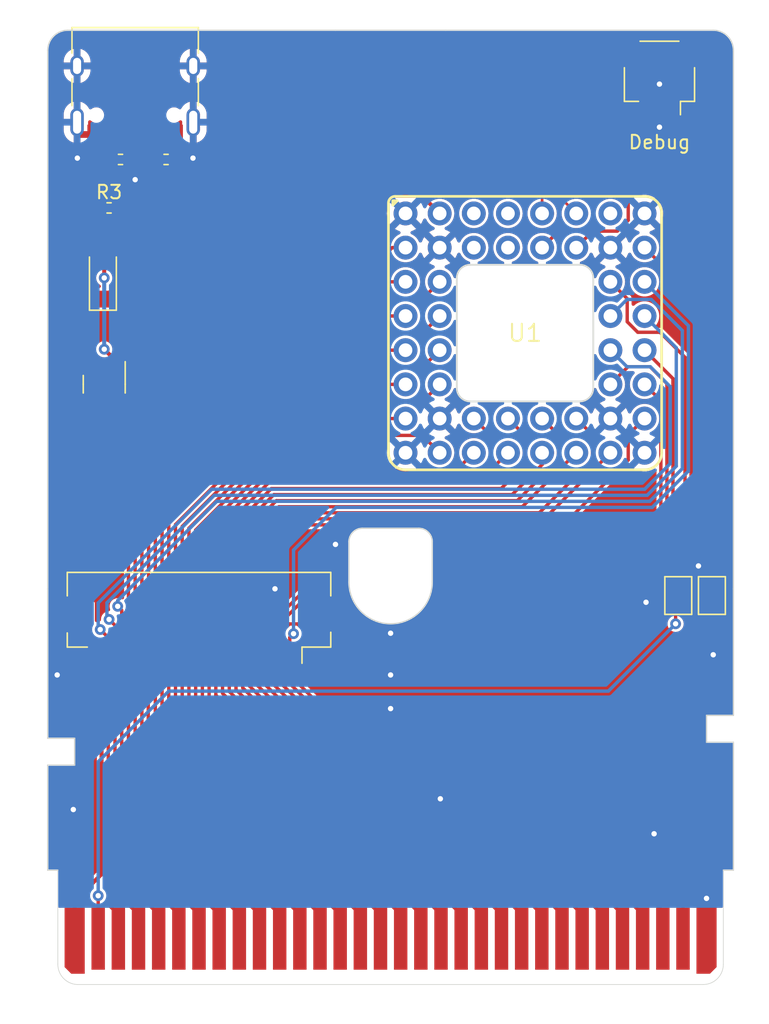
<source format=kicad_pcb>
(kicad_pcb (version 20221018) (generator pcbnew)
  (layers (0 "F.Cu" signal) (31 "B.Cu" signal) (34 "B.Paste" user) (35 "F.Paste" user) (36 "B.SilkS" user "B.Silkscreen") (37 "F.SilkS" user "F.Silkscreen") (38 "B.Mask" user) (39 "F.Mask" user) (44 "Edge.Cuts" user))
  (net 0 "")
  (net 1 "/VDD")
  (net 2 "GND")
  (net 3 "/CLK")
  (net 4 "/WR")
  (net 5 "/RD")
  (net 6 "/CS1")
  (net 7 "/AD0")
  (net 8 "/AD1")
  (net 9 "/AD2")
  (net 10 "/AD3")
  (net 11 "/AD4")
  (net 12 "/AD5")
  (net 13 "/AD6")
  (net 14 "/AD7")
  (net 15 "/AD8")
  (net 16 "/AD9")
  (net 17 "/AD10")
  (net 18 "/AD11")
  (net 19 "/AD12")
  (net 20 "/AD13")
  (net 21 "/AD14")
  (net 22 "/AD15")
  (net 23 "/A16")
  (net 24 "/A17")
  (net 25 "/A18")
  (net 26 "/A19")
  (net 27 "/A20")
  (net 28 "/A21")
  (net 29 "/A22")
  (net 30 "/A23")
  (net 31 "/CS2")
  (net 33 "VBUS")
  (net 34 "Net-(J3-CC1)")
  (net 36 "Net-(J3-CC2)")
  (net 38 "/SWCLK")
  (net 39 "/SWD")
  (net 40 "/IRQ")
  (net 41 "/GP28")
  (net 43 "+3V3")
  (net 47 "/D-")
  (net 48 "/D+")
  (net 49 "/VBUS_OR_VDD")
  (net 50 "/GP29")
  (footprint "Package_TO_SOT_SMD:SOT-23" (layer "F.Cu") (at 78.7 58.8 -90)
    (fp_text reference "Q1" hide)
    (fp_text value "DMG2305UX")
  )
  (footprint "Resistor_SMD:R_0402_1005Metric" (layer "F.Cu") (at 79.91 42.1)
    (fp_text reference "R1" hide)
    (fp_text value "5.1k")
  )
  (footprint "MCU_RaspberryPi_and_Boards:MBR120_SOD-123" (layer "F.Cu") (at 78.6 51 90)
    (fp_text reference "D1" hide)
    (fp_text value "MBR120")
  )
  (footprint "Daft_Misc:JUSHUO_AFC01-S30FCA-00_1x30-1MP_P0.50mm_Horizontal" (layer "F.Cu") (at 85.75 76.73 180)
    (fp_text reference "J2" hide)
    (fp_text value "Conn_01x30_MountingPin")
  )
  (footprint "Jumper:SolderJumper-2_P1.3mm_Bridged_Pad1.0x1.5mm" (layer "F.Cu") (at 121.4 74.5 -90)
    (fp_text reference "JP1" hide)
    (fp_text value "SolderJumper_2_Bridged")
  )
  (footprint "Resistor_SMD:R_0402_1005Metric" (layer "F.Cu") (at 83.3 42.1)
    (fp_text reference "R2" hide)
    (fp_text value "5.1k")
  )
  (footprint "Daft_Misc:GBA_Cart_Edge" (layer "F.Cu") (at 100 100)
    (fp_text reference "J1" hide)
    (fp_text value "GBA_Cart_Edge")
    (fp_line (start -24.75 -5.1) (end -24.75 1.9) (stroke (width 0.05)) (layer "Edge.Cuts"))
    (fp_line (start -23.25 3.4) (end 23.25 3.4) (stroke (width 0.05)) (layer "Edge.Cuts"))
    (fp_line (start 24.75 1.9) (end 24.75 -5.1) (stroke (width 0.05)) (layer "Edge.Cuts"))
    (fp_arc (start -23.25 3.4) (mid -24.31066 2.96066) (end -24.75 1.9) (stroke (width 0.05)) (layer "Edge.Cuts"))
    (fp_arc (start 24.75 1.9) (mid 24.31066 2.96066) (end 23.25 3.4) (stroke (width 0.05)) (layer "Edge.Cuts"))
  )
  (footprint "Connector_JST:JST_SH_SM03B-SRSS-TB_1x03-1MP_P1.00mm_Horizontal" (layer "F.Cu") (at 120 36 180)
    (fp_text reference "J4" hide)
    (fp_text value "JST_SH_SM03B-SRSS")
  )
  (footprint "pimoroni-boards:PGA2040_PTH_WITH_SLOT" (layer "F.Cu") (at 110 55)
    (fp_text reference "U1")
    (fp_text value "PGA2040")
    (fp_line (start -5.08 -4.08) (end -5.08 4.08) (stroke (width 0.127)) (layer "Edge.Cuts"))
    (fp_line (start -4.08 5.08) (end 4.08 5.08) (stroke (width 0.127)) (layer "Edge.Cuts"))
    (fp_line (start 4.08 -5.08) (end -4.08 -5.08) (stroke (width 0.127)) (layer "Edge.Cuts"))
    (fp_line (start 5.08 4.08) (end 5.08 -4.08) (stroke (width 0.127)) (layer "Edge.Cuts"))
    (fp_arc (start -5.08 -4.08) (mid -4.787107 -4.787107) (end -4.08 -5.08) (stroke (width 0.127)) (layer "Edge.Cuts"))
    (fp_arc (start -4.08 5.08) (mid -4.787107 4.787107) (end -5.08 4.08) (stroke (width 0.127)) (layer "Edge.Cuts"))
    (fp_arc (start 4.08 -5.08) (mid 4.787107 -4.787107) (end 5.08 -4.08) (stroke (width 0.127)) (layer "Edge.Cuts"))
    (fp_arc (start 5.08 4.08) (mid 4.787107 4.787107) (end 4.08 5.08) (stroke (width 0.127)) (layer "Edge.Cuts"))
  )
  (footprint "Jumper:SolderJumper-2_P1.3mm_Bridged_Pad1.0x1.5mm" (layer "F.Cu") (at 123.9 74.5 -90)
    (fp_text reference "JP2" hide)
    (fp_text value "SolderJumper_2_Bridged")
  )
  (footprint "Resistor_SMD:R_0402_1005Metric" (layer "F.Cu") (at 79.06 45.7)
    (fp_text reference "R3")
    (fp_text value "15k")
  )
  (footprint "Connector_USB:USB_C_Receptacle_HRO_TYPE-C-31-M-12" (layer "F.Cu") (at 81 36.2 180)
    (fp_text reference "J3" hide)
    (fp_text value "USB_C_Receptacle_USB2.0")
  )
  (gr_line (start 74.5 87.1) (end 76.5 87.1) (stroke (width 0.1)) (layer "Edge.Cuts"))
  (gr_line (start 125.5 83.4) (end 125.5 74) (stroke (width 0.1)) (layer "Edge.Cuts"))
  (gr_line (start 125.5 85.4) (end 123.5 85.4) (stroke (width 0.1)) (layer "Edge.Cuts"))
  (gr_line (start 123.5 85.4) (end 123.5 83.4) (stroke (width 0.1)) (layer "Edge.Cuts"))
  (gr_arc (start 96.9 70.5) (mid 97.192893 69.792893) (end 97.9 69.5) (stroke (width 0.1)) (layer "Edge.Cuts"))
  (gr_line (start 97.9 69.5) (end 102.1 69.5) (stroke (width 0.1)) (layer "Edge.Cuts"))
  (gr_line (start 76.5 85.1) (end 74.5 85.1) (stroke (width 0.1)) (layer "Edge.Cuts"))
  (gr_line (start 96.9 73.5) (end 96.9 70.5) (stroke (width 0.1)) (layer "Edge.Cuts"))
  (gr_line (start 103.1 73.5) (end 103.1 70.5) (stroke (width 0.1)) (layer "Edge.Cuts"))
  (gr_line (start 125.5 94.9) (end 124.75 94.9) (stroke (width 0.1)) (layer "Edge.Cuts"))
  (gr_line (start 125.5 94.9) (end 125.5 85.4) (stroke (width 0.1)) (layer "Edge.Cuts"))
  (gr_line (start 74.5 94.9) (end 74.5 87.1) (stroke (width 0.1)) (layer "Edge.Cuts"))
  (gr_arc (start 124 32.5) (mid 125.06066 32.93934) (end 125.5 34) (stroke (width 0.1)) (layer "Edge.Cuts"))
  (gr_line (start 104.1 32.5) (end 124 32.5) (stroke (width 0.1)) (layer "Edge.Cuts"))
  (gr_arc (start 102.1 69.5) (mid 102.807107 69.792893) (end 103.1 70.5) (stroke (width 0.1)) (layer "Edge.Cuts"))
  (gr_arc (start 74.5 34) (mid 74.93934 32.93934) (end 76 32.5) (stroke (width 0.1)) (layer "Edge.Cuts"))
  (gr_line (start 123.5 83.4) (end 125.5 83.4) (stroke (width 0.1)) (layer "Edge.Cuts"))
  (gr_line (start 75.25 94.9) (end 74.5 94.9) (stroke (width 0.1)) (layer "Edge.Cuts"))
  (gr_line (start 74.5 85.1) (end 74.5 74) (stroke (width 0.1)) (layer "Edge.Cuts"))
  (gr_line (start 76.5 87.1) (end 76.5 85.1) (stroke (width 0.1)) (layer "Edge.Cuts"))
  (gr_line (start 95.9 32.5) (end 76 32.5) (stroke (width 0.1)) (layer "Edge.Cuts"))
  (gr_line (start 125.5 34) (end 125.5 74) (stroke (width 0.1)) (layer "Edge.Cuts"))
  (gr_line (start 95.9 32.5) (end 104.1 32.5) (stroke (width 0.1)) (layer "Edge.Cuts"))
  (gr_arc (start 103.1 73.5) (mid 100 76.6) (end 96.9 73.5) (stroke (width 0.1)) (layer "Edge.Cuts"))
  (gr_line (start 74.5 74) (end 74.5 34) (stroke (width 0.1)) (layer "Edge.Cuts"))
  (gr_text "Debug" (at 120 41.4) (layer "F.SilkS") (effects (font (size 1 1)) (justify bottom)))
  (segment (start 78.5 95.2) (end 76.5 97.2) (width 0.3) (layer "F.Cu") (net 1))
  (segment (start 75.3 63.1375) (end 75.3 76.7) (width 0.3) (layer "F.Cu") (net 1))
  (segment (start 78.5 78.58) (end 78.5 95.2) (width 0.3) (layer "F.Cu") (net 1))
  (segment (start 78.7 59.7375) (end 75.3 63.1375) (width 0.3) (layer "F.Cu") (net 1))
  (segment (start 77.18 78.58) (end 78.5 78.58) (width 0.3) (layer "F.Cu") (net 1))
  (segment (start 76.5 97.2) (end 76.5 100.15) (width 0.3) (layer "F.Cu") (net 1))
  (segment (start 75.3 76.7) (end 77.18 78.58) (width 0.3) (layer "F.Cu") (net 1))
  (via (at 81 43.6) (size 0.8) (drill 0.4) (layers "F.Cu" "B.Cu") (net 2))
  (via (at 124 78.9) (size 0.8) (drill 0.4) (layers "F.Cu" "B.Cu") (net 2))
  (via (at 100 77.3) (size 0.8) (drill 0.4) (layers "F.Cu" "B.Cu") (net 2))
  (via (at 76.4 90.4) (size 0.8) (drill 0.4) (layers "F.Cu" "B.Cu") (net 2))
  (via (at 103.7 89.6) (size 0.8) (drill 0.4) (layers "F.Cu" "B.Cu") (net 2))
  (via (at 85.3 42) (size 0.8) (drill 0.4) (layers "F.Cu" "B.Cu") (net 2))
  (via (at 91.4 74) (size 0.8) (drill 0.4) (layers "F.Cu" "B.Cu") (net 2))
  (via (at 120 36.5) (size 0.8) (drill 0.4) (layers "F.Cu" "B.Cu") (net 2))
  (via (at 119.6 92.2) (size 0.8) (drill 0.4) (layers "F.Cu" "B.Cu") (net 2))
  (via (at 100 80.4) (size 0.8) (drill 0.4) (layers "F.Cu" "B.Cu") (net 2))
  (via (at 120 39.7) (size 0.8) (drill 0.4) (layers "F.Cu" "B.Cu") (net 2))
  (via (at 100 82.9) (size 0.8) (drill 0.4) (layers "F.Cu" "B.Cu") (net 2))
  (via (at 119 75) (size 0.8) (drill 0.4) (layers "F.Cu" "B.Cu") (net 2))
  (via (at 122.9 72.3) (size 0.8) (drill 0.4) (layers "F.Cu" "B.Cu") (net 2))
  (via (at 76.7 42) (size 0.8) (drill 0.4) (layers "F.Cu" "B.Cu") (net 2))
  (via (at 95.9 70.7) (size 0.8) (drill 0.4) (layers "F.Cu" "B.Cu") (net 2))
  (via (at 75.2 80.4) (size 0.8) (drill 0.4) (layers "F.Cu" "B.Cu") (net 2))
  (via (at 123.5 97) (size 0.8) (drill 0.4) (layers "F.Cu" "B.Cu") (net 2))
  (segment (start 121.2 75.35) (end 121.4 75.15) (width 0.25) (layer "F.Cu") (net 3))
  (segment (start 121.2 76.6) (end 121.2 75.35) (width 0.25) (layer "F.Cu") (net 3))
  (segment (start 78.25 100) (end 78.25 96.8) (width 0.25) (layer "F.Cu") (net 3))
  (via (at 121.2 76.6) (size 0.8) (drill 0.4) (layers "F.Cu" "B.Cu") (net 3))
  (via (at 78.25 96.8) (size 0.8) (drill 0.4) (layers "F.Cu" "B.Cu") (net 3))
  (segment (start 83.5 81.6) (end 116.2 81.6) (width 0.25) (layer "B.Cu") (net 3))
  (segment (start 116.2 81.6) (end 121.2 76.6) (width 0.25) (layer "B.Cu") (net 3))
  (segment (start 78.25 86.85) (end 83.5 81.6) (width 0.25) (layer "B.Cu") (net 3))
  (segment (start 78.25 96.8) (end 78.25 86.85) (width 0.25) (layer "B.Cu") (net 3))
  (segment (start 79 77.623798) (end 78.401589 77.025387) (width 0.25) (layer "F.Cu") (net 4))
  (segment (start 79 97.45) (end 79 78.58) (width 0.25) (layer "F.Cu") (net 4))
  (segment (start 79.75 98.2) (end 79 97.45) (width 0.25) (layer "F.Cu") (net 4))
  (segment (start 79.75 100) (end 79.75 98.2) (width 0.25) (layer "F.Cu") (net 4))
  (segment (start 79 78.58) (end 79 77.623798) (width 0.25) (layer "F.Cu") (net 4))
  (via (at 78.401589 77.025387) (size 0.8) (drill 0.4) (layers "F.Cu" "B.Cu") (net 4))
  (segment (start 118.9 66.6) (end 86.7 66.6) (width 0.25) (layer "B.Cu") (net 4))
  (segment (start 120.8 64.7) (end 118.9 66.6) (width 0.25) (layer "B.Cu") (net 4))
  (segment (start 78.25 76.873798) (end 78.401589 77.025387) (width 0.25) (layer "B.Cu") (net 4))
  (segment (start 120.8 58.97913) (end 120.8 64.7) (width 0.25) (layer "B.Cu") (net 4))
  (segment (start 116.35 56.27) (end 117.58 57.5) (width 0.25) (layer "B.Cu") (net 4))
  (segment (start 78.25 75.05) (end 78.25 76.873798) (width 0.25) (layer "B.Cu") (net 4))
  (segment (start 119.32087 57.5) (end 120.8 58.97913) (width 0.25) (layer "B.Cu") (net 4))
  (segment (start 86.7 66.6) (end 78.25 75.05) (width 0.25) (layer "B.Cu") (net 4))
  (segment (start 117.58 57.5) (end 119.32087 57.5) (width 0.25) (layer "B.Cu") (net 4))
  (segment (start 79.5 76.712662) (end 79.060513 76.273175) (width 0.25) (layer "F.Cu") (net 5))
  (segment (start 79.5 78.58) (end 79.5 76.712662) (width 0.25) (layer "F.Cu") (net 5))
  (segment (start 81.25 100) (end 81.25 98.2) (width 0.25) (layer "F.Cu") (net 5))
  (segment (start 81.25 98.2) (end 79.5 96.45) (width 0.25) (layer "F.Cu") (net 5))
  (segment (start 79.5 96.45) (end 79.5 78.58) (width 0.25) (layer "F.Cu") (net 5))
  (via (at 79.060513 76.273175) (size 0.8) (drill 0.4) (layers "F.Cu" "B.Cu") (net 5))
  (segment (start 78.9 76.112662) (end 78.9 75.036396) (width 0.25) (layer "B.Cu") (net 5))
  (segment (start 78.9 75.036396) (end 86.886396 67.05) (width 0.25) (layer "B.Cu") (net 5))
  (segment (start 119.086396 67.05) (end 121.25 64.886396) (width 0.25) (layer "B.Cu") (net 5))
  (segment (start 86.886396 67.05) (end 119.086396 67.05) (width 0.25) (layer "B.Cu") (net 5))
  (segment (start 121.25 56.09) (end 118.89 53.73) (width 0.25) (layer "B.Cu") (net 5))
  (segment (start 79.060513 76.273175) (end 78.9 76.112662) (width 0.25) (layer "B.Cu") (net 5))
  (segment (start 121.25 64.886396) (end 121.25 56.09) (width 0.25) (layer "B.Cu") (net 5))
  (segment (start 82.75 100) (end 82.75 98.2) (width 0.25) (layer "F.Cu") (net 6))
  (segment (start 82.75 98.2) (end 80 95.45) (width 0.25) (layer "F.Cu") (net 6))
  (segment (start 80 75.6) (end 79.7 75.3) (width 0.25) (layer "F.Cu") (net 6))
  (segment (start 80 95.45) (end 80 78.58) (width 0.25) (layer "F.Cu") (net 6))
  (segment (start 80 78.58) (end 80 75.6) (width 0.25) (layer "F.Cu") (net 6))
  (via (at 79.7 75.3) (size 0.8) (drill 0.4) (layers "F.Cu" "B.Cu") (net 6))
  (segment (start 121.7 54.812433) (end 121.7 65.072792) (width 0.25) (layer "B.Cu") (net 6))
  (segment (start 87.072792 67.5) (end 79.7 74.872792) (width 0.25) (layer "B.Cu") (net 6))
  (segment (start 119.272792 67.5) (end 87.072792 67.5) (width 0.25) (layer "B.Cu") (net 6))
  (segment (start 116.35 53.73) (end 117.58 52.5) (width 0.25) (layer "B.Cu") (net 6))
  (segment (start 119.387567 52.5) (end 121.7 54.812433) (width 0.25) (layer "B.Cu") (net 6))
  (segment (start 117.58 52.5) (end 119.387567 52.5) (width 0.25) (layer "B.Cu") (net 6))
  (segment (start 121.7 65.072792) (end 119.272792 67.5) (width 0.25) (layer "B.Cu") (net 6))
  (segment (start 79.7 74.872792) (end 79.7 75.3) (width 0.25) (layer "B.Cu") (net 6))
  (segment (start 84.25 100) (end 84.25 98.2) (width 0.25) (layer "F.Cu") (net 7))
  (segment (start 100.12208 48.65) (end 101.11 48.65) (width 0.25) (layer "F.Cu") (net 7))
  (segment (start 84.25 98.2) (end 80.5 94.45) (width 0.25) (layer "F.Cu") (net 7))
  (segment (start 80.5 78.58) (end 80.5 68.27208) (width 0.25) (layer "F.Cu") (net 7))
  (segment (start 80.5 68.27208) (end 100.12208 48.65) (width 0.25) (layer "F.Cu") (net 7))
  (segment (start 80.5 94.45) (end 80.5 78.58) (width 0.25) (layer "F.Cu") (net 7))
  (segment (start 81 68.408476) (end 98.218476 51.19) (width 0.25) (layer "F.Cu") (net 8))
  (segment (start 85.75 98.2) (end 81 93.45) (width 0.25) (layer "F.Cu") (net 8))
  (segment (start 81 78.58) (end 81 68.408476) (width 0.25) (layer "F.Cu") (net 8))
  (segment (start 81 93.45) (end 81 78.58) (width 0.25) (layer "F.Cu") (net 8))
  (segment (start 85.75 100) (end 85.75 98.2) (width 0.25) (layer "F.Cu") (net 8))
  (segment (start 98.218476 51.19) (end 101.11 51.19) (width 0.25) (layer "F.Cu") (net 8))
  (segment (start 102.34 52.5) (end 97.544872 52.5) (width 0.25) (layer "F.Cu") (net 9))
  (segment (start 97.544872 52.5) (end 81.5 68.544872) (width 0.25) (layer "F.Cu") (net 9))
  (segment (start 87.25 98.2) (end 81.5 92.45) (width 0.25) (layer "F.Cu") (net 9))
  (segment (start 81.5 92.45) (end 81.5 78.58) (width 0.25) (layer "F.Cu") (net 9))
  (segment (start 87.25 100) (end 87.25 98.2) (width 0.25) (layer "F.Cu") (net 9))
  (segment (start 103.65 51.19) (end 102.34 52.5) (width 0.25) (layer "F.Cu") (net 9))
  (segment (start 81.5 68.544872) (end 81.5 78.58) (width 0.25) (layer "F.Cu") (net 9))
  (segment (start 96.951268 53.73) (end 101.11 53.73) (width 0.25) (layer "F.Cu") (net 10))
  (segment (start 88.75 100) (end 88.75 98.2) (width 0.25) (layer "F.Cu") (net 10))
  (segment (start 88.75 98.2) (end 81.975 91.425) (width 0.25) (layer "F.Cu") (net 10))
  (segment (start 82 78.58) (end 82 68.681268) (width 0.25) (layer "F.Cu") (net 10))
  (segment (start 81.975 91.425) (end 81.975 78.3) (width 0.25) (layer "F.Cu") (net 10))
  (segment (start 82 68.681268) (end 96.951268 53.73) (width 0.25) (layer "F.Cu") (net 10))
  (segment (start 96.317664 55) (end 82.5 68.817664) (width 0.25) (layer "F.Cu") (net 11))
  (segment (start 90.25 98.2) (end 82.5 90.45) (width 0.25) (layer "F.Cu") (net 11))
  (segment (start 103.65 53.73) (end 102.38 55) (width 0.25) (layer "F.Cu") (net 11))
  (segment (start 82.5 90.45) (end 82.5 78.58) (width 0.25) (layer "F.Cu") (net 11))
  (segment (start 82.5 68.817664) (end 82.5 78.58) (width 0.25) (layer "F.Cu") (net 11))
  (segment (start 102.38 55) (end 96.317664 55) (width 0.25) (layer "F.Cu") (net 11))
  (segment (start 90.25 100) (end 90.25 98.2) (width 0.25) (layer "F.Cu") (net 11))
  (segment (start 91.75 98.2) (end 83 89.45) (width 0.25) (layer "F.Cu") (net 12))
  (segment (start 83 89.45) (end 83 78.58) (width 0.25) (layer "F.Cu") (net 12))
  (segment (start 95.68406 56.27) (end 101.11 56.27) (width 0.25) (layer "F.Cu") (net 12))
  (segment (start 83 78.58) (end 83 68.95406) (width 0.25) (layer "F.Cu") (net 12))
  (segment (start 83 68.95406) (end 95.68406 56.27) (width 0.25) (layer "F.Cu") (net 12))
  (segment (start 91.75 100) (end 91.75 98.2) (width 0.25) (layer "F.Cu") (net 12))
  (segment (start 83.5 69.090456) (end 83.5 78.58) (width 0.25) (layer "F.Cu") (net 13))
  (segment (start 103.65 56.27) (end 102.42 57.5) (width 0.25) (layer "F.Cu") (net 13))
  (segment (start 93.25 100) (end 93.25 98.2) (width 0.25) (layer "F.Cu") (net 13))
  (segment (start 95.090456 57.5) (end 83.5 69.090456) (width 0.25) (layer "F.Cu") (net 13))
  (segment (start 83.5 88.45) (end 83.5 78.58) (width 0.25) (layer "F.Cu") (net 13))
  (segment (start 102.42 57.5) (end 95.090456 57.5) (width 0.25) (layer "F.Cu") (net 13))
  (segment (start 93.25 98.2) (end 83.5 88.45) (width 0.25) (layer "F.Cu") (net 13))
  (segment (start 94.75 98.2) (end 84 87.45) (width 0.25) (layer "F.Cu") (net 14))
  (segment (start 94.416852 58.81) (end 84 69.226852) (width 0.25) (layer "F.Cu") (net 14))
  (segment (start 94.75 100) (end 94.75 98.2) (width 0.25) (layer "F.Cu") (net 14))
  (segment (start 84 69.226852) (end 84 78.58) (width 0.25) (layer "F.Cu") (net 14))
  (segment (start 84 87.45) (end 84 78.58) (width 0.25) (layer "F.Cu") (net 14))
  (segment (start 101.11 58.81) (end 94.416852 58.81) (width 0.25) (layer "F.Cu") (net 14))
  (segment (start 84.5 86.45) (end 84.5 78.58) (width 0.25) (layer "F.Cu") (net 15))
  (segment (start 96.25 100) (end 96.25 98.2) (width 0.25) (layer "F.Cu") (net 15))
  (segment (start 93.763248 60.1) (end 84.5 69.363248) (width 0.25) (layer "F.Cu") (net 15))
  (segment (start 84.5 69.363248) (end 84.5 78.58) (width 0.25) (layer "F.Cu") (net 15))
  (segment (start 96.25 98.2) (end 84.5 86.45) (width 0.25) (layer "F.Cu") (net 15))
  (segment (start 102.36 60.1) (end 93.763248 60.1) (width 0.25) (layer "F.Cu") (net 15))
  (segment (start 103.65 58.81) (end 102.36 60.1) (width 0.25) (layer "F.Cu") (net 15))
  (segment (start 97.75 100) (end 97.75 98.2) (width 0.25) (layer "F.Cu") (net 16))
  (segment (start 93.149644 61.35) (end 101.11 61.35) (width 0.25) (layer "F.Cu") (net 16))
  (segment (start 97.75 98.2) (end 85 85.45) (width 0.25) (layer "F.Cu") (net 16))
  (segment (start 85 78.58) (end 85 69.499644) (width 0.25) (layer "F.Cu") (net 16))
  (segment (start 85 69.499644) (end 93.149644 61.35) (width 0.25) (layer "F.Cu") (net 16))
  (segment (start 85 85.45) (end 85 78.58) (width 0.25) (layer "F.Cu") (net 16))
  (segment (start 85.5 84.45) (end 85.5 78.58) (width 0.25) (layer "F.Cu") (net 17))
  (segment (start 102.36 62.6) (end 92.53604 62.6) (width 0.25) (layer "F.Cu") (net 17))
  (segment (start 85.5 69.63604) (end 85.5 78.58) (width 0.25) (layer "F.Cu") (net 17))
  (segment (start 99.25 98.2) (end 85.5 84.45) (width 0.25) (layer "F.Cu") (net 17))
  (segment (start 99.25 100) (end 99.25 98.2) (width 0.25) (layer "F.Cu") (net 17))
  (segment (start 92.53604 62.6) (end 85.5 69.63604) (width 0.25) (layer "F.Cu") (net 17))
  (segment (start 103.65 63.89) (end 102.36 62.6) (width 0.25) (layer "F.Cu") (net 17))
  (segment (start 104.88 65.2) (end 106.19 63.89) (width 0.25) (layer "F.Cu") (net 18))
  (segment (start 86 78.58) (end 86 69.772436) (width 0.25) (layer "F.Cu") (net 18))
  (segment (start 100.75 100) (end 100.75 98.2) (width 0.25) (layer "F.Cu") (net 18))
  (segment (start 100.75 98.2) (end 86 83.45) (width 0.25) (layer "F.Cu") (net 18))
  (segment (start 86 83.45) (end 86 78.58) (width 0.25) (layer "F.Cu") (net 18))
  (segment (start 86 69.772436) (end 90.572436 65.2) (width 0.25) (layer "F.Cu") (net 18))
  (segment (start 90.572436 65.2) (end 104.88 65.2) (width 0.25) (layer "F.Cu") (net 18))
  (segment (start 86.5 69.908832) (end 90.758832 65.65) (width 0.25) (layer "F.Cu") (net 19))
  (segment (start 86.5 82.45) (end 86.5 78.58) (width 0.25) (layer "F.Cu") (net 19))
  (segment (start 86.5 78.58) (end 86.5 69.908832) (width 0.25) (layer "F.Cu") (net 19))
  (segment (start 107.404 62.564) (end 106.19 61.35) (width 0.25) (layer "F.Cu") (net 19))
  (segment (start 90.758832 65.65) (end 106.25 65.65) (width 0.25) (layer "F.Cu") (net 19))
  (segment (start 106.25 65.65) (end 107.404 64.496) (width 0.25) (layer "F.Cu") (net 19))
  (segment (start 107.404 64.496) (end 107.404 62.564) (width 0.25) (layer "F.Cu") (net 19))
  (segment (start 102.25 98.2) (end 86.5 82.45) (width 0.25) (layer "F.Cu") (net 19))
  (segment (start 102.25 100) (end 102.25 98.2) (width 0.25) (layer "F.Cu") (net 19))
  (segment (start 87 70.045228) (end 87 78.58) (width 0.25) (layer "F.Cu") (net 20))
  (segment (start 103.75 100) (end 103.75 98.2) (width 0.25) (layer "F.Cu") (net 20))
  (segment (start 103.75 98.2) (end 101.7 96.15) (width 0.25) (layer "F.Cu") (net 20))
  (segment (start 108.73 63.89) (end 106.52 66.1) (width 0.25) (layer "F.Cu") (net 20))
  (segment (start 101.249644 96.15) (end 87 81.900356) (width 0.25) (layer "F.Cu") (net 20))
  (segment (start 87 81.900356) (end 87 78.58) (width 0.25) (layer "F.Cu") (net 20))
  (segment (start 101.7 96.15) (end 101.249644 96.15) (width 0.25) (layer "F.Cu") (net 20))
  (segment (start 90.945228 66.1) (end 87 70.045228) (width 0.25) (layer "F.Cu") (net 20))
  (segment (start 106.52 66.1) (end 90.945228 66.1) (width 0.25) (layer "F.Cu") (net 20))
  (segment (start 109.944 62.564) (end 108.73 61.35) (width 0.25) (layer "F.Cu") (net 21))
  (segment (start 102.75 95.7) (end 101.43604 95.7) (width 0.25) (layer "F.Cu") (net 21))
  (segment (start 105.25 100) (end 105.25 98.2) (width 0.25) (layer "F.Cu") (net 21))
  (segment (start 91.131624 66.55) (end 108.224796 66.55) (width 0.25) (layer "F.Cu") (net 21))
  (segment (start 87.5 70.181624) (end 91.131624 66.55) (width 0.25) (layer "F.Cu") (net 21))
  (segment (start 87.5 81.76396) (end 87.5 78.58) (width 0.25) (layer "F.Cu") (net 21))
  (segment (start 109.944 64.830796) (end 109.944 62.564) (width 0.25) (layer "F.Cu") (net 21))
  (segment (start 105.25 98.2) (end 102.75 95.7) (width 0.25) (layer "F.Cu") (net 21))
  (segment (start 87.5 78.58) (end 87.5 70.181624) (width 0.25) (layer "F.Cu") (net 21))
  (segment (start 101.43604 95.7) (end 87.5 81.76396) (width 0.25) (layer "F.Cu") (net 21))
  (segment (start 108.224796 66.55) (end 109.944 64.830796) (width 0.25) (layer "F.Cu") (net 21))
  (segment (start 88 70.31802) (end 88 78.58) (width 0.25) (layer "F.Cu") (net 22))
  (segment (start 106.75 98.2) (end 103.8 95.25) (width 0.25) (layer "F.Cu") (net 22))
  (segment (start 88 81.627564) (end 88 78.58) (width 0.25) (layer "F.Cu") (net 22))
  (segment (start 109.04413 67) (end 91.31802 67) (width 0.25) (layer "F.Cu") (net 22))
  (segment (start 103.8 95.25) (end 101.622436 95.25) (width 0.25) (layer "F.Cu") (net 22))
  (segment (start 111.27 64.77413) (end 109.04413 67) (width 0.25) (layer "F.Cu") (net 22))
  (segment (start 101.622436 95.25) (end 88 81.627564) (width 0.25) (layer "F.Cu") (net 22))
  (segment (start 106.75 100) (end 106.75 98.2) (width 0.25) (layer "F.Cu") (net 22))
  (segment (start 111.27 63.89) (end 111.27 64.77413) (width 0.25) (layer "F.Cu") (net 22))
  (segment (start 91.31802 67) (end 88 70.31802) (width 0.25) (layer "F.Cu") (net 22))
  (segment (start 111.27 61.35) (end 112.484 62.564) (width 0.25) (layer "F.Cu") (net 23))
  (segment (start 112.484 62.564) (end 112.484 64.391134) (width 0.25) (layer "F.Cu") (net 23))
  (segment (start 108.25 100) (end 108.25 98.2) (width 0.25) (layer "F.Cu") (net 23))
  (segment (start 101.808832 94.8) (end 88.5 81.491168) (width 0.25) (layer "F.Cu") (net 23))
  (segment (start 112.484 64.391134) (end 109.425134 67.45) (width 0.25) (layer "F.Cu") (net 23))
  (segment (start 91.504416 67.45) (end 88.5 70.454416) (width 0.25) (layer "F.Cu") (net 23))
  (segment (start 88.5 81.491168) (end 88.5 78.58) (width 0.25) (layer "F.Cu") (net 23))
  (segment (start 108.25 98.2) (end 104.85 94.8) (width 0.25) (layer "F.Cu") (net 23))
  (segment (start 109.425134 67.45) (end 91.504416 67.45) (width 0.25) (layer "F.Cu") (net 23))
  (segment (start 88.5 70.454416) (end 88.5 78.58) (width 0.25) (layer "F.Cu") (net 23))
  (segment (start 104.85 94.8) (end 101.808832 94.8) (width 0.25) (layer "F.Cu") (net 23))
  (segment (start 89 78.58) (end 89 81.354772) (width 0.25) (layer "F.Cu") (net 24))
  (segment (start 91.690812 67.9) (end 109.8 67.9) (width 0.25) (layer "F.Cu") (net 24))
  (segment (start 105.9 94.35) (end 109.75 98.2) (width 0.25) (layer "F.Cu") (net 24))
  (segment (start 89 81.354772) (end 101.995228 94.35) (width 0.25) (layer "F.Cu") (net 24))
  (segment (start 89 78.58) (end 89 70.590812) (width 0.25) (layer "F.Cu") (net 24))
  (segment (start 101.995228 94.35) (end 105.9 94.35) (width 0.25) (layer "F.Cu") (net 24))
  (segment (start 109.75 98.2) (end 109.75 100) (width 0.25) (layer "F.Cu") (net 24))
  (segment (start 89 70.590812) (end 91.690812 67.9) (width 0.25) (layer "F.Cu") (net 24))
  (segment (start 109.8 67.9) (end 113.81 63.89) (width 0.25) (layer "F.Cu") (net 24))
  (segment (start 113.81 61.35) (end 115.024 62.564) (width 0.25) (layer "F.Cu") (net 25))
  (segment (start 115.024 62.564) (end 115.024 64.391134) (width 0.25) (layer "F.Cu") (net 25))
  (segment (start 106.95 93.9) (end 111.25 98.2) (width 0.25) (layer "F.Cu") (net 25))
  (segment (start 91.877208 68.35) (end 89.5 70.727208) (width 0.25) (layer "F.Cu") (net 25))
  (segment (start 102.181624 93.9) (end 106.95 93.9) (width 0.25) (layer "F.Cu") (net 25))
  (segment (start 89.5 78.58) (end 89.5 81.218376) (width 0.25) (layer "F.Cu") (net 25))
  (segment (start 89.5 70.727208) (end 89.5 78.58) (width 0.25) (layer "F.Cu") (net 25))
  (segment (start 115.024 64.391134) (end 111.065134 68.35) (width 0.25) (layer "F.Cu") (net 25))
  (segment (start 111.25 98.2) (end 111.25 100) (width 0.25) (layer "F.Cu") (net 25))
  (segment (start 111.065134 68.35) (end 91.877208 68.35) (width 0.25) (layer "F.Cu") (net 25))
  (segment (start 89.5 81.218376) (end 102.181624 93.9) (width 0.25) (layer "F.Cu") (net 25))
  (segment (start 90 78.58) (end 90 81.08198) (width 0.25) (layer "F.Cu") (net 26))
  (segment (start 108 93.45) (end 112.75 98.2) (width 0.25) (layer "F.Cu") (net 26))
  (segment (start 90 70.863604) (end 92.063604 68.8) (width 0.25) (layer "F.Cu") (net 26))
  (segment (start 90 81.08198) (end 102.36802 93.45) (width 0.25) (layer "F.Cu") (net 26))
  (segment (start 111.44 68.8) (end 116.35 63.89) (width 0.25) (layer "F.Cu") (net 26))
  (segment (start 102.36802 93.45) (end 108 93.45) (width 0.25) (layer "F.Cu") (net 26))
  (segment (start 112.75 98.2) (end 112.75 100) (width 0.25) (layer "F.Cu") (net 26))
  (segment (start 90 78.58) (end 90 70.863604) (width 0.25) (layer "F.Cu") (net 26))
  (segment (start 92.063604 68.8) (end 111.44 68.8) (width 0.25) (layer "F.Cu") (net 26))
  (segment (start 117.676 64.424) (end 112.85 69.25) (width 0.25) (layer "F.Cu") (net 27))
  (segment (start 118.89 61.35) (end 117.676 62.564) (width 0.25) (layer "F.Cu") (net 27))
  (segment (start 114.25 98.2) (end 114.25 100) (width 0.25) (layer "F.Cu") (net 27))
  (segment (start 102.554416 93) (end 109.05 93) (width 0.25) (layer "F.Cu") (net 27))
  (segment (start 92.25 69.25) (end 90.5 71) (width 0.25) (layer "F.Cu") (net 27))
  (segment (start 117.676 62.564) (end 117.676 64.424) (width 0.25) (layer "F.Cu") (net 27))
  (segment (start 112.85 69.25) (end 92.25 69.25) (width 0.25) (layer "F.Cu") (net 27))
  (segment (start 90.5 71) (end 90.5 78.58) (width 0.25) (layer "F.Cu") (net 27))
  (segment (start 109.05 93) (end 114.25 98.2) (width 0.25) (layer "F.Cu") (net 27))
  (segment (start 90.5 78.58) (end 90.5 80.945584) (width 0.25) (layer "F.Cu") (net 27))
  (segment (start 90.5 80.945584) (end 102.554416 93) (width 0.25) (layer "F.Cu") (net 27))
  (segment (start 120.104 60.024) (end 118.89 58.81) (width 0.25) (layer "F.Cu") (net 28))
  (segment (start 98.6 78.3) (end 112.263604 78.3) (width 0.25) (layer "F.Cu") (net 28))
  (segment (start 96.75 76.45) (end 98.6 78.3) (width 0.25) (layer "F.Cu") (net 28))
  (segment (start 110.1 92.55) (end 115.75 98.2) (width 0.25) (layer "F.Cu") (net 28))
  (segment (start 91 78.58) (end 91 80.809188) (width 0.25) (layer "F.Cu") (net 28))
  (segment (start 96.021016 74.325) (end 96.75 75.053984) (width 0.25) (layer "F.Cu") (net 28))
  (segment (start 115.75 98.2) (end 115.75 100) (width 0.25) (layer "F.Cu") (net 28))
  (segment (start 112.263604 78.3) (end 120.104 70.459604) (width 0.25) (layer "F.Cu") (net 28))
  (segment (start 91 76.703984) (end 93.378984 74.325) (width 0.25) (layer "F.Cu") (net 28))
  (segment (start 96.75 75.053984) (end 96.75 76.45) (width 0.25) (layer "F.Cu") (net 28))
  (segment (start 91 78.58) (end 91 76.703984) (width 0.25) (layer "F.Cu") (net 28))
  (segment (start 93.378984 74.325) (end 96.021016 74.325) (width 0.25) (layer "F.Cu") (net 28))
  (segment (start 120.104 70.459604) (end 120.104 60.024) (width 0.25) (layer "F.Cu") (net 28))
  (segment (start 91 80.809188) (end 102.740812 92.55) (width 0.25) (layer "F.Cu") (net 28))
  (segment (start 102.740812 92.55) (end 110.1 92.55) (width 0.25) (layer "F.Cu") (net 28))
  (segment (start 91.5 77.82038) (end 91.5 78.58) (width 0.25) (layer "F.Cu") (net 29))
  (segment (start 96.3 75.24038) (end 95.83462 74.775) (width 0.25) (layer "F.Cu") (net 29))
  (segment (start 119.3 57.5) (end 120.554 58.754) (width 0.25) (layer "F.Cu") (net 29))
  (segment (start 93.56538 74.775) (end 91.459792 76.880588) (width 0.25) (layer "F.Cu") (net 29))
  (segment (start 91.459792 77.780172) (end 91.5 77.82038) (width 0.25) (layer "F.Cu") (net 29))
  (segment (start 96.3 76.636396) (end 96.3 75.24038) (width 0.25) (layer "F.Cu") (net 29))
  (segment (start 95.83462 74.775) (end 93.56538 74.775) (width 0.25) (layer "F.Cu") (net 29))
  (segment (start 117.25 100) (end 117.25 98.2) (width 0.25) (layer "F.Cu") (net 29))
  (segment (start 112.45 78.75) (end 98.413604 78.75) (width 0.25) (layer "F.Cu") (net 29))
  (segment (start 120.554 70.646) (end 112.45 78.75) (width 0.25) (layer "F.Cu") (net 29))
  (segment (start 111.15 92.1) (end 102.927208 92.1) (width 0.25) (layer "F.Cu") (net 29))
  (segment (start 117.66 57.5) (end 119.3 57.5) (width 0.25) (layer "F.Cu") (net 29))
  (segment (start 102.927208 92.1) (end 91.5 80.672792) (width 0.25) (layer "F.Cu") (net 29))
  (segment (start 91.459792 76.880588) (end 91.459792 77.780172) (width 0.25) (layer "F.Cu") (net 29))
  (segment (start 98.413604 78.75) (end 96.3 76.636396) (width 0.25) (layer "F.Cu") (net 29))
  (segment (start 91.5 80.672792) (end 91.5 78.58) (width 0.25) (layer "F.Cu") (net 29))
  (segment (start 117.25 98.2) (end 111.15 92.1) (width 0.25) (layer "F.Cu") (net 29))
  (segment (start 120.554 58.754) (end 120.554 70.646) (width 0.25) (layer "F.Cu") (net 29))
  (segment (start 116.35 58.81) (end 117.66 57.5) (width 0.25) (layer "F.Cu") (net 29))
  (segment (start 92 78.58) (end 92 80.536396) (width 0.25) (layer "F.Cu") (net 30))
  (segment (start 93.081062 76.609512) (end 95.77155 79.3) (width 0.25) (layer "F.Cu") (net 30))
  (segment (start 112.2 91.65) (end 118.75 98.2) (width 0.25) (layer "F.Cu") (net 30))
  (segment (start 118.75 98.2) (end 118.75 100) (width 0.25) (layer "F.Cu") (net 30))
  (segment (start 103.113604 91.65) (end 112.2 91.65) (width 0.25) (layer "F.Cu") (net 30))
  (segment (start 92 78.58) (end 92 77.089964) (width 0.25) (layer "F.Cu") (net 30))
  (segment (start 121.004 58.384) (end 118.89 56.27) (width 0.25) (layer "F.Cu") (net 30))
  (segment (start 92.480452 76.609512) (end 93.081062 76.609512) (width 0.25) (layer "F.Cu") (net 30))
  (segment (start 95.77155 79.3) (end 112.6 79.3) (width 0.25) (layer "F.Cu") (net 30))
  (segment (start 92 80.536396) (end 103.113604 91.65) (width 0.25) (layer "F.Cu") (net 30))
  (segment (start 121.004 70.896) (end 121.004 58.384) (width 0.25) (layer "F.Cu") (net 30))
  (segment (start 112.6 79.3) (end 121.004 70.896) (width 0.25) (layer "F.Cu") (net 30))
  (segment (start 92 77.089964) (end 92.480452 76.609512) (width 0.25) (layer "F.Cu") (net 30))
  (segment (start 92.5 77.615269) (end 92.780757 77.334512) (width 0.25) (layer "F.Cu") (net 31))
  (segment (start 120.25 97.95) (end 120.25 100) (width 0.25) (layer "F.Cu") (net 31))
  (segment (start 92.5 80.4) (end 103.3 91.2) (width 0.25) (layer "F.Cu") (net 31))
  (segment (start 92.5 78.58) (end 92.5 80.4) (width 0.25) (layer "F.Cu") (net 31))
  (segment (start 103.3 91.2) (end 113.5 91.2) (width 0.25) (layer "F.Cu") (net 31))
  (segment (start 92.5 78.58) (end 92.5 77.615269) (width 0.25) (layer "F.Cu") (net 31))
  (segment (start 113.5 91.2) (end 120.25 97.95) (width 0.25) (layer "F.Cu") (net 31))
  (via (at 92.780757 77.334512) (size 0.8) (drill 0.4) (layers "F.Cu" "B.Cu") (net 31))
  (segment (start 119.459188 67.95) (end 95.95 67.95) (width 0.25) (layer "B.Cu") (net 31))
  (segment (start 95.95 67.95) (end 92.780757 71.119243) (width 0.25) (layer "B.Cu") (net 31))
  (segment (start 118.89 51.19) (end 122.15 54.45) (width 0.25) (layer "B.Cu") (net 31))
  (segment (start 122.15 65.259188) (end 119.459188 67.95) (width 0.25) (layer "B.Cu") (net 31))
  (segment (start 92.780757 71.119243) (end 92.780757 77.334512) (width 0.25) (layer "B.Cu") (net 31))
  (segment (start 122.15 54.45) (end 122.15 65.259188) (width 0.25) (layer "B.Cu") (net 31))
  (segment (start 78.55 40.245) (end 78.55 49.475) (width 0.3) (layer "F.Cu") (net 33))
  (segment (start 78.7 49.625) (end 78.6 49.525) (width 0.3) (layer "F.Cu") (net 33))
  (segment (start 78.55 39.52) (end 79.3 38.77) (width 0.3) (layer "F.Cu") (net 33))
  (segment (start 83.45 39.52) (end 83.45 40.245) (width 0.3) (layer "F.Cu") (net 33))
  (segment (start 79.3 38.77) (end 82.7 38.77) (width 0.3) (layer "F.Cu") (net 33))
  (segment (start 78.55 49.475) (end 78.6 49.525) (width 0.3) (layer "F.Cu") (net 33))
  (segment (start 78.7 50.9) (end 78.7 49.625) (width 0.3) (layer "F.Cu") (net 33))
  (segment (start 79.65 57.8625) (end 79.65 57.15) (width 0.3) (layer "F.Cu") (net 33))
  (segment (start 79.65 57.15) (end 78.7 56.2) (width 0.3) (layer "F.Cu") (net 33))
  (segment (start 82.7 38.77) (end 83.45 39.52) (width 0.3) (layer "F.Cu") (net 33))
  (segment (start 78.55 40.245) (end 78.55 39.52) (width 0.3) (layer "F.Cu") (net 33))
  (via (at 78.7 50.9) (size 0.8) (drill 0.4) (layers "F.Cu" "B.Cu") (net 33))
  (via (at 78.7 56.2) (size 0.8) (drill 0.4) (layers "F.Cu" "B.Cu") (net 33))
  (segment (start 78.7 56.2) (end 78.7 50.9) (width 0.3) (layer "B.Cu") (net 33))
  (segment (start 82.25 40.245) (end 82.25 41.56) (width 0.25) (layer "F.Cu") (net 34))
  (segment (start 82.25 41.56) (end 82.79 42.1) (width 0.25) (layer "F.Cu") (net 34))
  (segment (start 79.25 40.245) (end 79.25 41.95) (width 0.25) (layer "F.Cu") (net 36))
  (segment (start 79.25 41.95) (end 79.4 42.1) (width 0.25) (layer "F.Cu") (net 36))
  (segment (start 117.9 35.7) (end 115.1 38.5) (width 0.25) (layer "F.Cu") (net 38))
  (segment (start 121 36.4) (end 120.3 35.7) (width 0.25) (layer "F.Cu") (net 38))
  (segment (start 115.1 46.647134) (end 114.428004 47.31913) (width 0.25) (layer "F.Cu") (net 38))
  (segment (start 112.60087 47.31913) (end 111.27 48.65) (width 0.25) (layer "F.Cu") (net 38))
  (segment (start 115.1 38.5) (end 115.1 46.647134) (width 0.25) (layer "F.Cu") (net 38))
  (segment (start 114.428004 47.31913) (end 112.60087 47.31913) (width 0.25) (layer "F.Cu") (net 38))
  (segment (start 121 38) (end 121 36.4) (width 0.25) (layer "F.Cu") (net 38))
  (segment (start 120.3 35.7) (end 117.9 35.7) (width 0.25) (layer "F.Cu") (net 38))
  (segment (start 113.81 48.65) (end 115.036 47.424) (width 0.25) (layer "F.Cu") (net 39))
  (segment (start 116.863134 47.424) (end 117.676 46.611134) (width 0.25) (layer "F.Cu") (net 39))
  (segment (start 115.036 47.424) (end 116.863134 47.424) (width 0.25) (layer "F.Cu") (net 39))
  (segment (start 117.676 39.324) (end 119 38) (width 0.25) (layer "F.Cu") (net 39))
  (segment (start 117.676 46.611134) (end 117.676 39.324) (width 0.25) (layer "F.Cu") (net 39))
  (segment (start 123.9 76.8) (end 123.9 75.15) (width 0.25) (layer "F.Cu") (net 40))
  (segment (start 121.75 100) (end 121.75 78.95) (width 0.25) (layer "F.Cu") (net 40))
  (segment (start 121.75 78.95) (end 123.9 76.8) (width 0.25) (layer "F.Cu") (net 40))
  (segment (start 121.9 73.35) (end 121.9 56.8) (width 0.25) (layer "F.Cu") (net 41))
  (segment (start 118.383996 54.93913) (end 117.6 54.155134) (width 0.25) (layer "F.Cu") (net 41))
  (segment (start 117.6 54.155134) (end 117.6 52.44) (width 0.25) (layer "F.Cu") (net 41))
  (segment (start 117.6 52.44) (end 116.35 51.19) (width 0.25) (layer "F.Cu") (net 41))
  (segment (start 120.03913 54.93913) (end 118.383996 54.93913) (width 0.25) (layer "F.Cu") (net 41))
  (segment (start 121.9 56.8) (end 120.03913 54.93913) (width 0.25) (layer "F.Cu") (net 41))
  (segment (start 121.4 73.85) (end 121.9 73.35) (width 0.25) (layer "F.Cu") (net 41))
  (segment (start 81.75 40.245) (end 81.75 39.445736) (width 0.2) (layer "F.Cu") (net 47))
  (segment (start 82.2932 42.775) (end 81.725 42.2068) (width 0.2) (layer "F.Cu") (net 47))
  (segment (start 113.81 46.11) (end 110.475 42.775) (width 0.2) (layer "F.Cu") (net 47))
  (segment (start 80.75 39.445736) (end 80.75 40.245) (width 0.2) (layer "F.Cu") (net 47))
  (segment (start 81.725 41.357501) (end 81.75 41.332501) (width 0.2) (layer "F.Cu") (net 47))
  (segment (start 81.75 39.445736) (end 81.524264 39.22) (width 0.2) (layer "F.Cu") (net 47))
  (segment (start 80.975736 39.22) (end 80.75 39.445736) (width 0.2) (layer "F.Cu") (net 47))
  (segment (start 81.725 42.2068) (end 81.725 41.357501) (width 0.2) (layer "F.Cu") (net 47))
  (segment (start 110.475 42.775) (end 82.2932 42.775) (width 0.2) (layer "F.Cu") (net 47))
  (segment (start 81.524264 39.22) (end 80.975736 39.22) (width 0.2) (layer "F.Cu") (net 47))
  (segment (start 81.75 41.332501) (end 81.75 40.245) (width 0.2) (layer "F.Cu") (net 47))
  (segment (start 81.275 42.3932) (end 82.1068 43.225) (width 0.2) (layer "F.Cu") (net 48))
  (segment (start 111.27 44.206397) (end 111.27 46.11) (width 0.2) (layer "F.Cu") (net 48))
  (segment (start 81.25 40.245) (end 81.25 41.332501) (width 0.2) (layer "F.Cu") (net 48))
  (segment (start 80.25 41.044264) (end 80.475736 41.27) (width 0.2) (layer "F.Cu") (net 48))
  (segment (start 81.18 41.27) (end 81.25 41.2) (width 0.2) (layer "F.Cu") (net 48))
  (segment (start 81.25 41.332501) (end 81.275 41.357501) (width 0.2) (layer "F.Cu") (net 48))
  (segment (start 110.288603 43.225) (end 111.27 44.206397) (width 0.2) (layer "F.Cu") (net 48))
  (segment (start 80.25 40.245) (end 80.25 41.044264) (width 0.2) (layer "F.Cu") (net 48))
  (segment (start 82.1068 43.225) (end 110.288603 43.225) (width 0.2) (layer "F.Cu") (net 48))
  (segment (start 80.475736 41.27) (end 81.18 41.27) (width 0.2) (layer "F.Cu") (net 48))
  (segment (start 81.275 41.357501) (end 81.275 42.3932) (width 0.2) (layer "F.Cu") (net 48))
  (segment (start 81.25 41.2) (end 81.25 40.245) (width 0.2) (layer "F.Cu") (net 48))
  (segment (start 78.6 52.475) (end 86.275 44.8) (width 0.3) (layer "F.Cu") (net 49))
  (segment (start 86.275 44.8) (end 86.8 44.8) (width 0.3) (layer "F.Cu") (net 49))
  (segment (start 102.34 44.8) (end 103.65 46.11) (width 0.3) (layer "F.Cu") (net 49))
  (segment (start 77.75 57.8625) (end 77.75 53.325) (width 0.3) (layer "F.Cu") (net 49))
  (segment (start 86.8 44.8) (end 102.34 44.8) (width 0.3) (layer "F.Cu") (net 49))
  (segment (start 77.75 53.325) (end 78.6 52.475) (width 0.3) (layer "F.Cu") (net 49))
  (segment (start 123.9 53.66) (end 118.89 48.65) (width 0.25) (layer "F.Cu") (net 50))
  (segment (start 123.9 73.85) (end 123.9 53.66) (width 0.25) (layer "F.Cu") (net 50))
  (zone (net 2) (net_name "GND") (layers "F&B.Cu") (connect_pads (clearance 0.2)) (min_thickness 0.25) (fill yes (thermal_gap 0.5) (thermal_bridge_width 0.5))
    (polygon (pts (xy 74.5 32.4) (xy 125.5 32.4) (xy 125.5 97.7) (xy 74.5 97.7)))
  )
)
</source>
